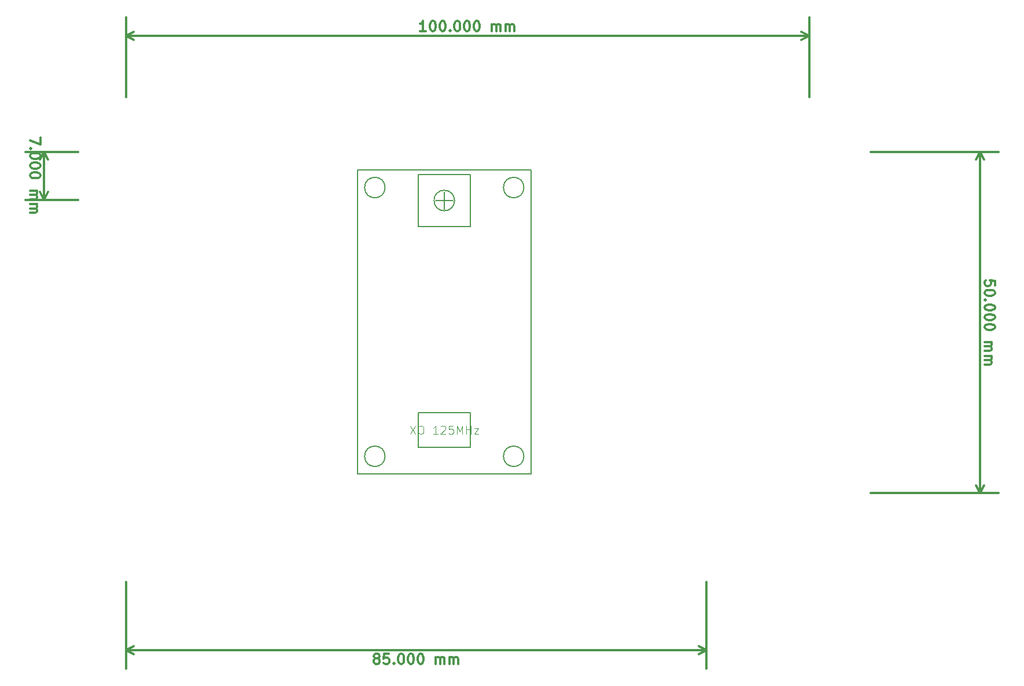
<source format=gbr>
G04 #@! TF.FileFunction,Drawing*
%FSLAX46Y46*%
G04 Gerber Fmt 4.6, Leading zero omitted, Abs format (unit mm)*
G04 Created by KiCad (PCBNEW 4.0.6) date 2017 May 09, Tuesday 22:38:20*
%MOMM*%
%LPD*%
G01*
G04 APERTURE LIST*
%ADD10C,0.100000*%
%ADD11C,0.300000*%
%ADD12C,0.127000*%
%ADD13C,0.101600*%
G04 APERTURE END LIST*
D10*
D11*
X77471429Y-81928573D02*
X77471429Y-82928573D01*
X75971429Y-82285716D01*
X76114286Y-83500001D02*
X76042857Y-83571429D01*
X75971429Y-83500001D01*
X76042857Y-83428572D01*
X76114286Y-83500001D01*
X75971429Y-83500001D01*
X77471429Y-84500001D02*
X77471429Y-84642858D01*
X77400000Y-84785715D01*
X77328571Y-84857144D01*
X77185714Y-84928573D01*
X76900000Y-85000001D01*
X76542857Y-85000001D01*
X76257143Y-84928573D01*
X76114286Y-84857144D01*
X76042857Y-84785715D01*
X75971429Y-84642858D01*
X75971429Y-84500001D01*
X76042857Y-84357144D01*
X76114286Y-84285715D01*
X76257143Y-84214287D01*
X76542857Y-84142858D01*
X76900000Y-84142858D01*
X77185714Y-84214287D01*
X77328571Y-84285715D01*
X77400000Y-84357144D01*
X77471429Y-84500001D01*
X77471429Y-85928572D02*
X77471429Y-86071429D01*
X77400000Y-86214286D01*
X77328571Y-86285715D01*
X77185714Y-86357144D01*
X76900000Y-86428572D01*
X76542857Y-86428572D01*
X76257143Y-86357144D01*
X76114286Y-86285715D01*
X76042857Y-86214286D01*
X75971429Y-86071429D01*
X75971429Y-85928572D01*
X76042857Y-85785715D01*
X76114286Y-85714286D01*
X76257143Y-85642858D01*
X76542857Y-85571429D01*
X76900000Y-85571429D01*
X77185714Y-85642858D01*
X77328571Y-85714286D01*
X77400000Y-85785715D01*
X77471429Y-85928572D01*
X77471429Y-87357143D02*
X77471429Y-87500000D01*
X77400000Y-87642857D01*
X77328571Y-87714286D01*
X77185714Y-87785715D01*
X76900000Y-87857143D01*
X76542857Y-87857143D01*
X76257143Y-87785715D01*
X76114286Y-87714286D01*
X76042857Y-87642857D01*
X75971429Y-87500000D01*
X75971429Y-87357143D01*
X76042857Y-87214286D01*
X76114286Y-87142857D01*
X76257143Y-87071429D01*
X76542857Y-87000000D01*
X76900000Y-87000000D01*
X77185714Y-87071429D01*
X77328571Y-87142857D01*
X77400000Y-87214286D01*
X77471429Y-87357143D01*
X75971429Y-89642857D02*
X76971429Y-89642857D01*
X76828571Y-89642857D02*
X76900000Y-89714285D01*
X76971429Y-89857143D01*
X76971429Y-90071428D01*
X76900000Y-90214285D01*
X76757143Y-90285714D01*
X75971429Y-90285714D01*
X76757143Y-90285714D02*
X76900000Y-90357143D01*
X76971429Y-90500000D01*
X76971429Y-90714285D01*
X76900000Y-90857143D01*
X76757143Y-90928571D01*
X75971429Y-90928571D01*
X75971429Y-91642857D02*
X76971429Y-91642857D01*
X76828571Y-91642857D02*
X76900000Y-91714285D01*
X76971429Y-91857143D01*
X76971429Y-92071428D01*
X76900000Y-92214285D01*
X76757143Y-92285714D01*
X75971429Y-92285714D01*
X76757143Y-92285714D02*
X76900000Y-92357143D01*
X76971429Y-92500000D01*
X76971429Y-92714285D01*
X76900000Y-92857143D01*
X76757143Y-92928571D01*
X75971429Y-92928571D01*
X78000000Y-84000000D02*
X78000000Y-91000000D01*
X83000000Y-84000000D02*
X75300000Y-84000000D01*
X83000000Y-91000000D02*
X75300000Y-91000000D01*
X78000000Y-91000000D02*
X77413579Y-89873496D01*
X78000000Y-91000000D02*
X78586421Y-89873496D01*
X78000000Y-84000000D02*
X77413579Y-85126504D01*
X78000000Y-84000000D02*
X78586421Y-85126504D01*
X126571430Y-158171429D02*
X126428572Y-158100000D01*
X126357144Y-158028571D01*
X126285715Y-157885714D01*
X126285715Y-157814286D01*
X126357144Y-157671429D01*
X126428572Y-157600000D01*
X126571430Y-157528571D01*
X126857144Y-157528571D01*
X127000001Y-157600000D01*
X127071430Y-157671429D01*
X127142858Y-157814286D01*
X127142858Y-157885714D01*
X127071430Y-158028571D01*
X127000001Y-158100000D01*
X126857144Y-158171429D01*
X126571430Y-158171429D01*
X126428572Y-158242857D01*
X126357144Y-158314286D01*
X126285715Y-158457143D01*
X126285715Y-158742857D01*
X126357144Y-158885714D01*
X126428572Y-158957143D01*
X126571430Y-159028571D01*
X126857144Y-159028571D01*
X127000001Y-158957143D01*
X127071430Y-158885714D01*
X127142858Y-158742857D01*
X127142858Y-158457143D01*
X127071430Y-158314286D01*
X127000001Y-158242857D01*
X126857144Y-158171429D01*
X128500001Y-157528571D02*
X127785715Y-157528571D01*
X127714286Y-158242857D01*
X127785715Y-158171429D01*
X127928572Y-158100000D01*
X128285715Y-158100000D01*
X128428572Y-158171429D01*
X128500001Y-158242857D01*
X128571429Y-158385714D01*
X128571429Y-158742857D01*
X128500001Y-158885714D01*
X128428572Y-158957143D01*
X128285715Y-159028571D01*
X127928572Y-159028571D01*
X127785715Y-158957143D01*
X127714286Y-158885714D01*
X129214286Y-158885714D02*
X129285714Y-158957143D01*
X129214286Y-159028571D01*
X129142857Y-158957143D01*
X129214286Y-158885714D01*
X129214286Y-159028571D01*
X130214286Y-157528571D02*
X130357143Y-157528571D01*
X130500000Y-157600000D01*
X130571429Y-157671429D01*
X130642858Y-157814286D01*
X130714286Y-158100000D01*
X130714286Y-158457143D01*
X130642858Y-158742857D01*
X130571429Y-158885714D01*
X130500000Y-158957143D01*
X130357143Y-159028571D01*
X130214286Y-159028571D01*
X130071429Y-158957143D01*
X130000000Y-158885714D01*
X129928572Y-158742857D01*
X129857143Y-158457143D01*
X129857143Y-158100000D01*
X129928572Y-157814286D01*
X130000000Y-157671429D01*
X130071429Y-157600000D01*
X130214286Y-157528571D01*
X131642857Y-157528571D02*
X131785714Y-157528571D01*
X131928571Y-157600000D01*
X132000000Y-157671429D01*
X132071429Y-157814286D01*
X132142857Y-158100000D01*
X132142857Y-158457143D01*
X132071429Y-158742857D01*
X132000000Y-158885714D01*
X131928571Y-158957143D01*
X131785714Y-159028571D01*
X131642857Y-159028571D01*
X131500000Y-158957143D01*
X131428571Y-158885714D01*
X131357143Y-158742857D01*
X131285714Y-158457143D01*
X131285714Y-158100000D01*
X131357143Y-157814286D01*
X131428571Y-157671429D01*
X131500000Y-157600000D01*
X131642857Y-157528571D01*
X133071428Y-157528571D02*
X133214285Y-157528571D01*
X133357142Y-157600000D01*
X133428571Y-157671429D01*
X133500000Y-157814286D01*
X133571428Y-158100000D01*
X133571428Y-158457143D01*
X133500000Y-158742857D01*
X133428571Y-158885714D01*
X133357142Y-158957143D01*
X133214285Y-159028571D01*
X133071428Y-159028571D01*
X132928571Y-158957143D01*
X132857142Y-158885714D01*
X132785714Y-158742857D01*
X132714285Y-158457143D01*
X132714285Y-158100000D01*
X132785714Y-157814286D01*
X132857142Y-157671429D01*
X132928571Y-157600000D01*
X133071428Y-157528571D01*
X135357142Y-159028571D02*
X135357142Y-158028571D01*
X135357142Y-158171429D02*
X135428570Y-158100000D01*
X135571428Y-158028571D01*
X135785713Y-158028571D01*
X135928570Y-158100000D01*
X135999999Y-158242857D01*
X135999999Y-159028571D01*
X135999999Y-158242857D02*
X136071428Y-158100000D01*
X136214285Y-158028571D01*
X136428570Y-158028571D01*
X136571428Y-158100000D01*
X136642856Y-158242857D01*
X136642856Y-159028571D01*
X137357142Y-159028571D02*
X137357142Y-158028571D01*
X137357142Y-158171429D02*
X137428570Y-158100000D01*
X137571428Y-158028571D01*
X137785713Y-158028571D01*
X137928570Y-158100000D01*
X137999999Y-158242857D01*
X137999999Y-159028571D01*
X137999999Y-158242857D02*
X138071428Y-158100000D01*
X138214285Y-158028571D01*
X138428570Y-158028571D01*
X138571428Y-158100000D01*
X138642856Y-158242857D01*
X138642856Y-159028571D01*
X90000000Y-157000000D02*
X175000000Y-157000000D01*
X90000000Y-147000000D02*
X90000000Y-159700000D01*
X175000000Y-147000000D02*
X175000000Y-159700000D01*
X175000000Y-157000000D02*
X173873496Y-157586421D01*
X175000000Y-157000000D02*
X173873496Y-156413579D01*
X90000000Y-157000000D02*
X91126504Y-157586421D01*
X90000000Y-157000000D02*
X91126504Y-156413579D01*
X217171429Y-103571430D02*
X217171429Y-102857144D01*
X216457143Y-102785715D01*
X216528571Y-102857144D01*
X216600000Y-103000001D01*
X216600000Y-103357144D01*
X216528571Y-103500001D01*
X216457143Y-103571430D01*
X216314286Y-103642858D01*
X215957143Y-103642858D01*
X215814286Y-103571430D01*
X215742857Y-103500001D01*
X215671429Y-103357144D01*
X215671429Y-103000001D01*
X215742857Y-102857144D01*
X215814286Y-102785715D01*
X217171429Y-104571429D02*
X217171429Y-104714286D01*
X217100000Y-104857143D01*
X217028571Y-104928572D01*
X216885714Y-105000001D01*
X216600000Y-105071429D01*
X216242857Y-105071429D01*
X215957143Y-105000001D01*
X215814286Y-104928572D01*
X215742857Y-104857143D01*
X215671429Y-104714286D01*
X215671429Y-104571429D01*
X215742857Y-104428572D01*
X215814286Y-104357143D01*
X215957143Y-104285715D01*
X216242857Y-104214286D01*
X216600000Y-104214286D01*
X216885714Y-104285715D01*
X217028571Y-104357143D01*
X217100000Y-104428572D01*
X217171429Y-104571429D01*
X215814286Y-105714286D02*
X215742857Y-105785714D01*
X215671429Y-105714286D01*
X215742857Y-105642857D01*
X215814286Y-105714286D01*
X215671429Y-105714286D01*
X217171429Y-106714286D02*
X217171429Y-106857143D01*
X217100000Y-107000000D01*
X217028571Y-107071429D01*
X216885714Y-107142858D01*
X216600000Y-107214286D01*
X216242857Y-107214286D01*
X215957143Y-107142858D01*
X215814286Y-107071429D01*
X215742857Y-107000000D01*
X215671429Y-106857143D01*
X215671429Y-106714286D01*
X215742857Y-106571429D01*
X215814286Y-106500000D01*
X215957143Y-106428572D01*
X216242857Y-106357143D01*
X216600000Y-106357143D01*
X216885714Y-106428572D01*
X217028571Y-106500000D01*
X217100000Y-106571429D01*
X217171429Y-106714286D01*
X217171429Y-108142857D02*
X217171429Y-108285714D01*
X217100000Y-108428571D01*
X217028571Y-108500000D01*
X216885714Y-108571429D01*
X216600000Y-108642857D01*
X216242857Y-108642857D01*
X215957143Y-108571429D01*
X215814286Y-108500000D01*
X215742857Y-108428571D01*
X215671429Y-108285714D01*
X215671429Y-108142857D01*
X215742857Y-108000000D01*
X215814286Y-107928571D01*
X215957143Y-107857143D01*
X216242857Y-107785714D01*
X216600000Y-107785714D01*
X216885714Y-107857143D01*
X217028571Y-107928571D01*
X217100000Y-108000000D01*
X217171429Y-108142857D01*
X217171429Y-109571428D02*
X217171429Y-109714285D01*
X217100000Y-109857142D01*
X217028571Y-109928571D01*
X216885714Y-110000000D01*
X216600000Y-110071428D01*
X216242857Y-110071428D01*
X215957143Y-110000000D01*
X215814286Y-109928571D01*
X215742857Y-109857142D01*
X215671429Y-109714285D01*
X215671429Y-109571428D01*
X215742857Y-109428571D01*
X215814286Y-109357142D01*
X215957143Y-109285714D01*
X216242857Y-109214285D01*
X216600000Y-109214285D01*
X216885714Y-109285714D01*
X217028571Y-109357142D01*
X217100000Y-109428571D01*
X217171429Y-109571428D01*
X215671429Y-111857142D02*
X216671429Y-111857142D01*
X216528571Y-111857142D02*
X216600000Y-111928570D01*
X216671429Y-112071428D01*
X216671429Y-112285713D01*
X216600000Y-112428570D01*
X216457143Y-112499999D01*
X215671429Y-112499999D01*
X216457143Y-112499999D02*
X216600000Y-112571428D01*
X216671429Y-112714285D01*
X216671429Y-112928570D01*
X216600000Y-113071428D01*
X216457143Y-113142856D01*
X215671429Y-113142856D01*
X215671429Y-113857142D02*
X216671429Y-113857142D01*
X216528571Y-113857142D02*
X216600000Y-113928570D01*
X216671429Y-114071428D01*
X216671429Y-114285713D01*
X216600000Y-114428570D01*
X216457143Y-114499999D01*
X215671429Y-114499999D01*
X216457143Y-114499999D02*
X216600000Y-114571428D01*
X216671429Y-114714285D01*
X216671429Y-114928570D01*
X216600000Y-115071428D01*
X216457143Y-115142856D01*
X215671429Y-115142856D01*
X215000000Y-84000000D02*
X215000000Y-134000000D01*
X199000000Y-84000000D02*
X217700000Y-84000000D01*
X199000000Y-134000000D02*
X217700000Y-134000000D01*
X215000000Y-134000000D02*
X214413579Y-132873496D01*
X215000000Y-134000000D02*
X215586421Y-132873496D01*
X215000000Y-84000000D02*
X214413579Y-85126504D01*
X215000000Y-84000000D02*
X215586421Y-85126504D01*
X133928573Y-66328571D02*
X133071430Y-66328571D01*
X133500002Y-66328571D02*
X133500002Y-64828571D01*
X133357145Y-65042857D01*
X133214287Y-65185714D01*
X133071430Y-65257143D01*
X134857144Y-64828571D02*
X135000001Y-64828571D01*
X135142858Y-64900000D01*
X135214287Y-64971429D01*
X135285716Y-65114286D01*
X135357144Y-65400000D01*
X135357144Y-65757143D01*
X135285716Y-66042857D01*
X135214287Y-66185714D01*
X135142858Y-66257143D01*
X135000001Y-66328571D01*
X134857144Y-66328571D01*
X134714287Y-66257143D01*
X134642858Y-66185714D01*
X134571430Y-66042857D01*
X134500001Y-65757143D01*
X134500001Y-65400000D01*
X134571430Y-65114286D01*
X134642858Y-64971429D01*
X134714287Y-64900000D01*
X134857144Y-64828571D01*
X136285715Y-64828571D02*
X136428572Y-64828571D01*
X136571429Y-64900000D01*
X136642858Y-64971429D01*
X136714287Y-65114286D01*
X136785715Y-65400000D01*
X136785715Y-65757143D01*
X136714287Y-66042857D01*
X136642858Y-66185714D01*
X136571429Y-66257143D01*
X136428572Y-66328571D01*
X136285715Y-66328571D01*
X136142858Y-66257143D01*
X136071429Y-66185714D01*
X136000001Y-66042857D01*
X135928572Y-65757143D01*
X135928572Y-65400000D01*
X136000001Y-65114286D01*
X136071429Y-64971429D01*
X136142858Y-64900000D01*
X136285715Y-64828571D01*
X137428572Y-66185714D02*
X137500000Y-66257143D01*
X137428572Y-66328571D01*
X137357143Y-66257143D01*
X137428572Y-66185714D01*
X137428572Y-66328571D01*
X138428572Y-64828571D02*
X138571429Y-64828571D01*
X138714286Y-64900000D01*
X138785715Y-64971429D01*
X138857144Y-65114286D01*
X138928572Y-65400000D01*
X138928572Y-65757143D01*
X138857144Y-66042857D01*
X138785715Y-66185714D01*
X138714286Y-66257143D01*
X138571429Y-66328571D01*
X138428572Y-66328571D01*
X138285715Y-66257143D01*
X138214286Y-66185714D01*
X138142858Y-66042857D01*
X138071429Y-65757143D01*
X138071429Y-65400000D01*
X138142858Y-65114286D01*
X138214286Y-64971429D01*
X138285715Y-64900000D01*
X138428572Y-64828571D01*
X139857143Y-64828571D02*
X140000000Y-64828571D01*
X140142857Y-64900000D01*
X140214286Y-64971429D01*
X140285715Y-65114286D01*
X140357143Y-65400000D01*
X140357143Y-65757143D01*
X140285715Y-66042857D01*
X140214286Y-66185714D01*
X140142857Y-66257143D01*
X140000000Y-66328571D01*
X139857143Y-66328571D01*
X139714286Y-66257143D01*
X139642857Y-66185714D01*
X139571429Y-66042857D01*
X139500000Y-65757143D01*
X139500000Y-65400000D01*
X139571429Y-65114286D01*
X139642857Y-64971429D01*
X139714286Y-64900000D01*
X139857143Y-64828571D01*
X141285714Y-64828571D02*
X141428571Y-64828571D01*
X141571428Y-64900000D01*
X141642857Y-64971429D01*
X141714286Y-65114286D01*
X141785714Y-65400000D01*
X141785714Y-65757143D01*
X141714286Y-66042857D01*
X141642857Y-66185714D01*
X141571428Y-66257143D01*
X141428571Y-66328571D01*
X141285714Y-66328571D01*
X141142857Y-66257143D01*
X141071428Y-66185714D01*
X141000000Y-66042857D01*
X140928571Y-65757143D01*
X140928571Y-65400000D01*
X141000000Y-65114286D01*
X141071428Y-64971429D01*
X141142857Y-64900000D01*
X141285714Y-64828571D01*
X143571428Y-66328571D02*
X143571428Y-65328571D01*
X143571428Y-65471429D02*
X143642856Y-65400000D01*
X143785714Y-65328571D01*
X143999999Y-65328571D01*
X144142856Y-65400000D01*
X144214285Y-65542857D01*
X144214285Y-66328571D01*
X144214285Y-65542857D02*
X144285714Y-65400000D01*
X144428571Y-65328571D01*
X144642856Y-65328571D01*
X144785714Y-65400000D01*
X144857142Y-65542857D01*
X144857142Y-66328571D01*
X145571428Y-66328571D02*
X145571428Y-65328571D01*
X145571428Y-65471429D02*
X145642856Y-65400000D01*
X145785714Y-65328571D01*
X145999999Y-65328571D01*
X146142856Y-65400000D01*
X146214285Y-65542857D01*
X146214285Y-66328571D01*
X146214285Y-65542857D02*
X146285714Y-65400000D01*
X146428571Y-65328571D01*
X146642856Y-65328571D01*
X146785714Y-65400000D01*
X146857142Y-65542857D01*
X146857142Y-66328571D01*
X90000000Y-67000000D02*
X190000000Y-67000000D01*
X90000000Y-76000000D02*
X90000000Y-64300000D01*
X190000000Y-76000000D02*
X190000000Y-64300000D01*
X190000000Y-67000000D02*
X188873496Y-67586421D01*
X190000000Y-67000000D02*
X188873496Y-66413579D01*
X90000000Y-67000000D02*
X91126504Y-67586421D01*
X90000000Y-67000000D02*
X91126504Y-66413579D01*
D12*
X123900000Y-131150000D02*
X123900000Y-86650000D01*
X123900000Y-86650000D02*
X149300000Y-86650000D01*
X149300000Y-86650000D02*
X149300000Y-131150000D01*
X149300000Y-131150000D02*
X123900000Y-131150000D01*
X127940000Y-128585000D02*
G75*
G03X127940000Y-128585000I-1500000J0D01*
G01*
X148260000Y-128585000D02*
G75*
G03X148260000Y-128585000I-1500000J0D01*
G01*
X127940000Y-89215000D02*
G75*
G03X127940000Y-89215000I-1500000J0D01*
G01*
X148260000Y-89215000D02*
G75*
G03X148260000Y-89215000I-1500000J0D01*
G01*
X132790000Y-122235000D02*
X140410000Y-122235000D01*
X140410000Y-122235000D02*
X140410000Y-127315000D01*
X140410000Y-127315000D02*
X132790000Y-127315000D01*
X132790000Y-127315000D02*
X132790000Y-122235000D01*
X138100000Y-91120000D02*
G75*
G03X138100000Y-91120000I-1500000J0D01*
G01*
X132790000Y-87310000D02*
X140410000Y-87310000D01*
X140410000Y-87310000D02*
X140410000Y-94930000D01*
X140410000Y-94930000D02*
X132790000Y-94930000D01*
X132790000Y-94930000D02*
X132790000Y-87310000D01*
X135330000Y-91120000D02*
X137870000Y-91120000D01*
X136600000Y-89850000D02*
X136600000Y-92390000D01*
D13*
X131572917Y-124114298D02*
X132377250Y-125320798D01*
X132377250Y-124114298D02*
X131572917Y-125320798D01*
X133066679Y-124114298D02*
X133296489Y-124114298D01*
X133411394Y-124171750D01*
X133526298Y-124286655D01*
X133583751Y-124516464D01*
X133583751Y-124918631D01*
X133526298Y-125148440D01*
X133411394Y-125263345D01*
X133296489Y-125320798D01*
X133066679Y-125320798D01*
X132951775Y-125263345D01*
X132836870Y-125148440D01*
X132779418Y-124918631D01*
X132779418Y-124516464D01*
X132836870Y-124286655D01*
X132951775Y-124171750D01*
X133066679Y-124114298D01*
X135652036Y-125320798D02*
X134962608Y-125320798D01*
X135307322Y-125320798D02*
X135307322Y-124114298D01*
X135192417Y-124286655D01*
X135077512Y-124401560D01*
X134962608Y-124459012D01*
X136111656Y-124229202D02*
X136169108Y-124171750D01*
X136284013Y-124114298D01*
X136571275Y-124114298D01*
X136686179Y-124171750D01*
X136743632Y-124229202D01*
X136801084Y-124344107D01*
X136801084Y-124459012D01*
X136743632Y-124631369D01*
X136054203Y-125320798D01*
X136801084Y-125320798D01*
X137892680Y-124114298D02*
X137318156Y-124114298D01*
X137260704Y-124688821D01*
X137318156Y-124631369D01*
X137433061Y-124573917D01*
X137720323Y-124573917D01*
X137835227Y-124631369D01*
X137892680Y-124688821D01*
X137950132Y-124803726D01*
X137950132Y-125090988D01*
X137892680Y-125205893D01*
X137835227Y-125263345D01*
X137720323Y-125320798D01*
X137433061Y-125320798D01*
X137318156Y-125263345D01*
X137260704Y-125205893D01*
X138467204Y-125320798D02*
X138467204Y-124114298D01*
X138869371Y-124976083D01*
X139271537Y-124114298D01*
X139271537Y-125320798D01*
X139846061Y-125320798D02*
X139846061Y-124114298D01*
X139846061Y-124688821D02*
X140535489Y-124688821D01*
X140535489Y-125320798D02*
X140535489Y-124114298D01*
X140995108Y-124516464D02*
X141627084Y-124516464D01*
X140995108Y-125320798D01*
X141627084Y-125320798D01*
M02*

</source>
